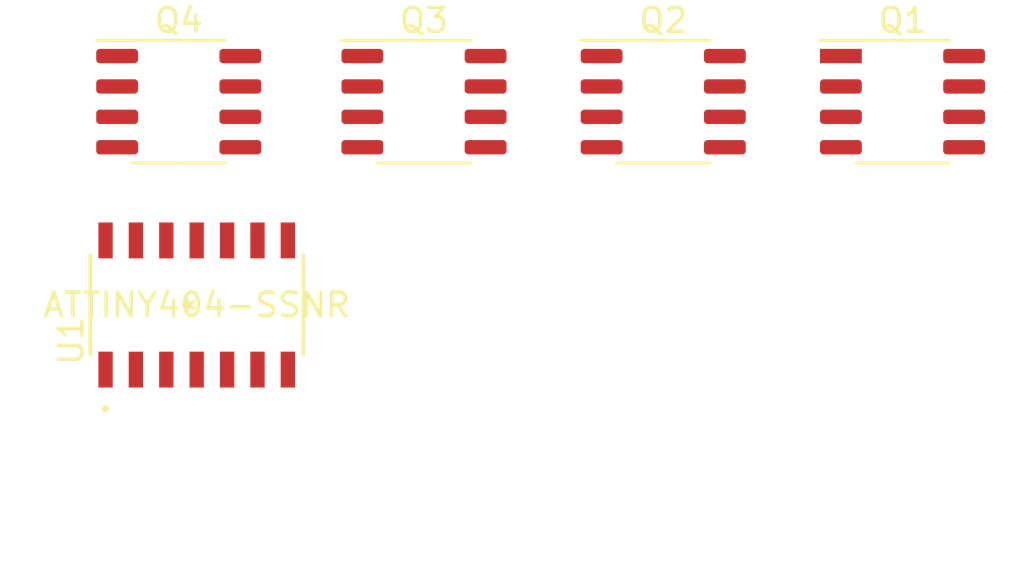
<source format=kicad_pcb>
(kicad_pcb (version 20171130) (host pcbnew "(5.1.6)-1")

  (general
    (thickness 1.6)
    (drawings 3)
    (tracks 0)
    (zones 0)
    (modules 5)
    (nets 1)
  )

  (page A4)
  (layers
    (0 F.Cu signal)
    (31 B.Cu signal)
    (32 B.Adhes user)
    (33 F.Adhes user)
    (34 B.Paste user)
    (35 F.Paste user)
    (36 B.SilkS user)
    (37 F.SilkS user)
    (38 B.Mask user)
    (39 F.Mask user)
    (40 Dwgs.User user hide)
    (41 Cmts.User user)
    (42 Eco1.User user)
    (43 Eco2.User user)
    (44 Edge.Cuts user)
    (45 Margin user)
    (46 B.CrtYd user)
    (47 F.CrtYd user)
    (48 B.Fab user)
    (49 F.Fab user)
  )

  (setup
    (last_trace_width 0.25)
    (trace_clearance 0.2)
    (zone_clearance 0.508)
    (zone_45_only no)
    (trace_min 0.2)
    (via_size 0.8)
    (via_drill 0.4)
    (via_min_size 0.4)
    (via_min_drill 0.3)
    (uvia_size 0.3)
    (uvia_drill 0.1)
    (uvias_allowed no)
    (uvia_min_size 0.2)
    (uvia_min_drill 0.1)
    (edge_width 0.05)
    (segment_width 0.2)
    (pcb_text_width 0.3)
    (pcb_text_size 1.5 1.5)
    (mod_edge_width 0.12)
    (mod_text_size 1 1)
    (mod_text_width 0.15)
    (pad_size 1.75 0.6)
    (pad_drill 0)
    (pad_to_mask_clearance 0.05)
    (aux_axis_origin 0 0)
    (visible_elements 7FFFFFFF)
    (pcbplotparams
      (layerselection 0x010fc_ffffffff)
      (usegerberextensions false)
      (usegerberattributes true)
      (usegerberadvancedattributes true)
      (creategerberjobfile true)
      (excludeedgelayer true)
      (linewidth 0.100000)
      (plotframeref false)
      (viasonmask false)
      (mode 1)
      (useauxorigin false)
      (hpglpennumber 1)
      (hpglpenspeed 20)
      (hpglpendiameter 15.000000)
      (psnegative false)
      (psa4output false)
      (plotreference true)
      (plotvalue true)
      (plotinvisibletext false)
      (padsonsilk false)
      (subtractmaskfromsilk false)
      (outputformat 1)
      (mirror false)
      (drillshape 1)
      (scaleselection 1)
      (outputdirectory ""))
  )

  (net 0 "")

  (net_class Default "This is the default net class."
    (clearance 0.2)
    (trace_width 0.25)
    (via_dia 0.8)
    (via_drill 0.4)
    (uvia_dia 0.3)
    (uvia_drill 0.1)
    (add_net "Net-(Q1-Pad1)")
    (add_net "Net-(Q1-Pad2)")
    (add_net "Net-(Q1-Pad3)")
    (add_net "Net-(Q1-Pad4)")
    (add_net "Net-(Q1-Pad6)")
    (add_net "Net-(Q1-Pad8)")
    (add_net "Net-(Q2-Pad1)")
    (add_net "Net-(Q2-Pad2)")
    (add_net "Net-(Q2-Pad3)")
    (add_net "Net-(Q2-Pad4)")
    (add_net "Net-(Q2-Pad6)")
    (add_net "Net-(Q2-Pad8)")
    (add_net "Net-(Q3-Pad1)")
    (add_net "Net-(Q3-Pad2)")
    (add_net "Net-(Q3-Pad3)")
    (add_net "Net-(Q3-Pad4)")
    (add_net "Net-(Q3-Pad6)")
    (add_net "Net-(Q3-Pad8)")
    (add_net "Net-(Q4-Pad1)")
    (add_net "Net-(Q4-Pad2)")
    (add_net "Net-(Q4-Pad3)")
    (add_net "Net-(Q4-Pad4)")
    (add_net "Net-(Q4-Pad6)")
    (add_net "Net-(Q4-Pad8)")
    (add_net "Net-(U1-Pad1)")
    (add_net "Net-(U1-Pad10)")
    (add_net "Net-(U1-Pad11)")
    (add_net "Net-(U1-Pad12)")
    (add_net "Net-(U1-Pad13)")
    (add_net "Net-(U1-Pad14)")
    (add_net "Net-(U1-Pad2)")
    (add_net "Net-(U1-Pad3)")
    (add_net "Net-(U1-Pad4)")
    (add_net "Net-(U1-Pad5)")
    (add_net "Net-(U1-Pad6)")
    (add_net "Net-(U1-Pad7)")
    (add_net "Net-(U1-Pad8)")
    (add_net "Net-(U1-Pad9)")
  )

  (module Package_SO:SO-8_3.9x4.9mm_P1.27mm (layer F.Cu) (tedit 5D9F72B1) (tstamp 5FE8C964)
    (at 166 97.5)
    (descr "SO, 8 Pin (https://www.nxp.com/docs/en/data-sheet/PCF8523.pdf), generated with kicad-footprint-generator ipc_gullwing_generator.py")
    (tags "SO SO")
    (path /5FEA036A)
    (attr smd)
    (fp_text reference Q4 (at 0 -3.4) (layer F.SilkS)
      (effects (font (size 1 1) (thickness 0.15)))
    )
    (fp_text value DMG9926USD (at 0 3.4) (layer F.Fab)
      (effects (font (size 1 1) (thickness 0.15)))
    )
    (fp_text user %R (at 0 0) (layer F.Fab)
      (effects (font (size 0.98 0.98) (thickness 0.15)))
    )
    (fp_line (start 0 2.56) (end 1.95 2.56) (layer F.SilkS) (width 0.12))
    (fp_line (start 0 2.56) (end -1.95 2.56) (layer F.SilkS) (width 0.12))
    (fp_line (start 0 -2.56) (end 1.95 -2.56) (layer F.SilkS) (width 0.12))
    (fp_line (start 0 -2.56) (end -3.45 -2.56) (layer F.SilkS) (width 0.12))
    (fp_line (start -0.975 -2.45) (end 1.95 -2.45) (layer F.Fab) (width 0.1))
    (fp_line (start 1.95 -2.45) (end 1.95 2.45) (layer F.Fab) (width 0.1))
    (fp_line (start 1.95 2.45) (end -1.95 2.45) (layer F.Fab) (width 0.1))
    (fp_line (start -1.95 2.45) (end -1.95 -1.475) (layer F.Fab) (width 0.1))
    (fp_line (start -1.95 -1.475) (end -0.975 -2.45) (layer F.Fab) (width 0.1))
    (fp_line (start -3.7 -2.7) (end -3.7 2.7) (layer F.CrtYd) (width 0.05))
    (fp_line (start -3.7 2.7) (end 3.7 2.7) (layer F.CrtYd) (width 0.05))
    (fp_line (start 3.7 2.7) (end 3.7 -2.7) (layer F.CrtYd) (width 0.05))
    (fp_line (start 3.7 -2.7) (end -3.7 -2.7) (layer F.CrtYd) (width 0.05))
    (pad 8 smd roundrect (at 2.575 -1.905) (size 1.75 0.6) (layers F.Cu F.Paste F.Mask) (roundrect_rratio 0.25))
    (pad 7 smd roundrect (at 2.575 -0.635) (size 1.75 0.6) (layers F.Cu F.Paste F.Mask) (roundrect_rratio 0.25))
    (pad 6 smd roundrect (at 2.575 0.635) (size 1.75 0.6) (layers F.Cu F.Paste F.Mask) (roundrect_rratio 0.25))
    (pad 5 smd roundrect (at 2.575 1.905) (size 1.75 0.6) (layers F.Cu F.Paste F.Mask) (roundrect_rratio 0.25))
    (pad 4 smd roundrect (at -2.575 1.905) (size 1.75 0.6) (layers F.Cu F.Paste F.Mask) (roundrect_rratio 0.25))
    (pad 3 smd roundrect (at -2.575 0.635) (size 1.75 0.6) (layers F.Cu F.Paste F.Mask) (roundrect_rratio 0.25))
    (pad 2 smd roundrect (at -2.575 -0.635) (size 1.75 0.6) (layers F.Cu F.Paste F.Mask) (roundrect_rratio 0.25))
    (pad 1 smd roundrect (at -2.575 -1.905) (size 1.75 0.6) (layers F.Cu F.Paste F.Mask) (roundrect_rratio 0.25))
    (model ${KISYS3DMOD}/Package_SO.3dshapes/SO-8_3.9x4.9mm_P1.27mm.wrl
      (at (xyz 0 0 0))
      (scale (xyz 1 1 1))
      (rotate (xyz 0 0 0))
    )
  )

  (module Package_SO:SO-8_3.9x4.9mm_P1.27mm (layer F.Cu) (tedit 5D9F72B1) (tstamp 5FE8C94A)
    (at 176.25 97.5)
    (descr "SO, 8 Pin (https://www.nxp.com/docs/en/data-sheet/PCF8523.pdf), generated with kicad-footprint-generator ipc_gullwing_generator.py")
    (tags "SO SO")
    (path /5FE9AB06)
    (attr smd)
    (fp_text reference Q3 (at 0 -3.4) (layer F.SilkS)
      (effects (font (size 1 1) (thickness 0.15)))
    )
    (fp_text value DMG9926USD (at 0 3.4) (layer F.Fab)
      (effects (font (size 1 1) (thickness 0.15)))
    )
    (fp_text user %R (at 0 0) (layer F.Fab)
      (effects (font (size 0.98 0.98) (thickness 0.15)))
    )
    (fp_line (start 0 2.56) (end 1.95 2.56) (layer F.SilkS) (width 0.12))
    (fp_line (start 0 2.56) (end -1.95 2.56) (layer F.SilkS) (width 0.12))
    (fp_line (start 0 -2.56) (end 1.95 -2.56) (layer F.SilkS) (width 0.12))
    (fp_line (start 0 -2.56) (end -3.45 -2.56) (layer F.SilkS) (width 0.12))
    (fp_line (start -0.975 -2.45) (end 1.95 -2.45) (layer F.Fab) (width 0.1))
    (fp_line (start 1.95 -2.45) (end 1.95 2.45) (layer F.Fab) (width 0.1))
    (fp_line (start 1.95 2.45) (end -1.95 2.45) (layer F.Fab) (width 0.1))
    (fp_line (start -1.95 2.45) (end -1.95 -1.475) (layer F.Fab) (width 0.1))
    (fp_line (start -1.95 -1.475) (end -0.975 -2.45) (layer F.Fab) (width 0.1))
    (fp_line (start -3.7 -2.7) (end -3.7 2.7) (layer F.CrtYd) (width 0.05))
    (fp_line (start -3.7 2.7) (end 3.7 2.7) (layer F.CrtYd) (width 0.05))
    (fp_line (start 3.7 2.7) (end 3.7 -2.7) (layer F.CrtYd) (width 0.05))
    (fp_line (start 3.7 -2.7) (end -3.7 -2.7) (layer F.CrtYd) (width 0.05))
    (pad 8 smd roundrect (at 2.575 -1.905) (size 1.75 0.6) (layers F.Cu F.Paste F.Mask) (roundrect_rratio 0.25))
    (pad 7 smd roundrect (at 2.575 -0.635) (size 1.75 0.6) (layers F.Cu F.Paste F.Mask) (roundrect_rratio 0.25))
    (pad 6 smd roundrect (at 2.575 0.635) (size 1.75 0.6) (layers F.Cu F.Paste F.Mask) (roundrect_rratio 0.25))
    (pad 5 smd roundrect (at 2.575 1.905) (size 1.75 0.6) (layers F.Cu F.Paste F.Mask) (roundrect_rratio 0.25))
    (pad 4 smd roundrect (at -2.575 1.905) (size 1.75 0.6) (layers F.Cu F.Paste F.Mask) (roundrect_rratio 0.25))
    (pad 3 smd roundrect (at -2.575 0.635) (size 1.75 0.6) (layers F.Cu F.Paste F.Mask) (roundrect_rratio 0.25))
    (pad 2 smd roundrect (at -2.575 -0.635) (size 1.75 0.6) (layers F.Cu F.Paste F.Mask) (roundrect_rratio 0.25))
    (pad 1 smd roundrect (at -2.575 -1.905) (size 1.75 0.6) (layers F.Cu F.Paste F.Mask) (roundrect_rratio 0.25))
    (model ${KISYS3DMOD}/Package_SO.3dshapes/SO-8_3.9x4.9mm_P1.27mm.wrl
      (at (xyz 0 0 0))
      (scale (xyz 1 1 1))
      (rotate (xyz 0 0 0))
    )
  )

  (module Package_SO:SO-8_3.9x4.9mm_P1.27mm (layer F.Cu) (tedit 5D9F72B1) (tstamp 5FE8C930)
    (at 186.25 97.5)
    (descr "SO, 8 Pin (https://www.nxp.com/docs/en/data-sheet/PCF8523.pdf), generated with kicad-footprint-generator ipc_gullwing_generator.py")
    (tags "SO SO")
    (path /5FE99194)
    (attr smd)
    (fp_text reference Q2 (at 0 -3.4) (layer F.SilkS)
      (effects (font (size 1 1) (thickness 0.15)))
    )
    (fp_text value DMG9926USD (at 0 3.4) (layer F.Fab)
      (effects (font (size 1 1) (thickness 0.15)))
    )
    (fp_text user %R (at 0 0) (layer F.Fab)
      (effects (font (size 0.98 0.98) (thickness 0.15)))
    )
    (fp_line (start 0 2.56) (end 1.95 2.56) (layer F.SilkS) (width 0.12))
    (fp_line (start 0 2.56) (end -1.95 2.56) (layer F.SilkS) (width 0.12))
    (fp_line (start 0 -2.56) (end 1.95 -2.56) (layer F.SilkS) (width 0.12))
    (fp_line (start 0 -2.56) (end -3.45 -2.56) (layer F.SilkS) (width 0.12))
    (fp_line (start -0.975 -2.45) (end 1.95 -2.45) (layer F.Fab) (width 0.1))
    (fp_line (start 1.95 -2.45) (end 1.95 2.45) (layer F.Fab) (width 0.1))
    (fp_line (start 1.95 2.45) (end -1.95 2.45) (layer F.Fab) (width 0.1))
    (fp_line (start -1.95 2.45) (end -1.95 -1.475) (layer F.Fab) (width 0.1))
    (fp_line (start -1.95 -1.475) (end -0.975 -2.45) (layer F.Fab) (width 0.1))
    (fp_line (start -3.7 -2.7) (end -3.7 2.7) (layer F.CrtYd) (width 0.05))
    (fp_line (start -3.7 2.7) (end 3.7 2.7) (layer F.CrtYd) (width 0.05))
    (fp_line (start 3.7 2.7) (end 3.7 -2.7) (layer F.CrtYd) (width 0.05))
    (fp_line (start 3.7 -2.7) (end -3.7 -2.7) (layer F.CrtYd) (width 0.05))
    (pad 8 smd roundrect (at 2.575 -1.905) (size 1.75 0.6) (layers F.Cu F.Paste F.Mask) (roundrect_rratio 0.25))
    (pad 7 smd roundrect (at 2.575 -0.635) (size 1.75 0.6) (layers F.Cu F.Paste F.Mask) (roundrect_rratio 0.25))
    (pad 6 smd roundrect (at 2.575 0.635) (size 1.75 0.6) (layers F.Cu F.Paste F.Mask) (roundrect_rratio 0.25))
    (pad 5 smd roundrect (at 2.575 1.905) (size 1.75 0.6) (layers F.Cu F.Paste F.Mask) (roundrect_rratio 0.25))
    (pad 4 smd roundrect (at -2.575 1.905) (size 1.75 0.6) (layers F.Cu F.Paste F.Mask) (roundrect_rratio 0.25))
    (pad 3 smd roundrect (at -2.575 0.635) (size 1.75 0.6) (layers F.Cu F.Paste F.Mask) (roundrect_rratio 0.25))
    (pad 2 smd roundrect (at -2.575 -0.635) (size 1.75 0.6) (layers F.Cu F.Paste F.Mask) (roundrect_rratio 0.25))
    (pad 1 smd roundrect (at -2.575 -1.905) (size 1.75 0.6) (layers F.Cu F.Paste F.Mask) (roundrect_rratio 0.25))
    (model ${KISYS3DMOD}/Package_SO.3dshapes/SO-8_3.9x4.9mm_P1.27mm.wrl
      (at (xyz 0 0 0))
      (scale (xyz 1 1 1))
      (rotate (xyz 0 0 0))
    )
  )

  (module Package_SO:SO-8_3.9x4.9mm_P1.27mm (layer F.Cu) (tedit 5FE8AA4B) (tstamp 5FE8BF35)
    (at 196.25 97.5)
    (descr "SO, 8 Pin (https://www.nxp.com/docs/en/data-sheet/PCF8523.pdf), generated with kicad-footprint-generator ipc_gullwing_generator.py")
    (tags "SO SO")
    (path /5FE90B41)
    (attr smd)
    (fp_text reference Q1 (at 0 -3.4) (layer F.SilkS)
      (effects (font (size 1 1) (thickness 0.15)))
    )
    (fp_text value DMG9926USD (at 0 3.4) (layer F.Fab)
      (effects (font (size 1 1) (thickness 0.15)))
    )
    (fp_text user %R (at 0 0) (layer F.Fab)
      (effects (font (size 0.98 0.98) (thickness 0.15)))
    )
    (fp_line (start 0 2.56) (end 1.95 2.56) (layer F.SilkS) (width 0.12))
    (fp_line (start 0 2.56) (end -1.95 2.56) (layer F.SilkS) (width 0.12))
    (fp_line (start 0 -2.56) (end 1.95 -2.56) (layer F.SilkS) (width 0.12))
    (fp_line (start 0 -2.56) (end -3.45 -2.56) (layer F.SilkS) (width 0.12))
    (fp_line (start -0.975 -2.45) (end 1.95 -2.45) (layer F.Fab) (width 0.1))
    (fp_line (start 1.95 -2.45) (end 1.95 2.45) (layer F.Fab) (width 0.1))
    (fp_line (start 1.95 2.45) (end -1.95 2.45) (layer F.Fab) (width 0.1))
    (fp_line (start -1.95 2.45) (end -1.95 -1.475) (layer F.Fab) (width 0.1))
    (fp_line (start -1.95 -1.475) (end -0.975 -2.45) (layer F.Fab) (width 0.1))
    (fp_line (start -3.7 -2.7) (end -3.7 2.7) (layer F.CrtYd) (width 0.05))
    (fp_line (start -3.7 2.7) (end 3.7 2.7) (layer F.CrtYd) (width 0.05))
    (fp_line (start 3.7 2.7) (end 3.7 -2.7) (layer F.CrtYd) (width 0.05))
    (fp_line (start 3.7 -2.7) (end -3.7 -2.7) (layer F.CrtYd) (width 0.05))
    (pad 8 smd roundrect (at 2.575 -1.905) (size 1.75 0.6) (layers F.Cu F.Paste F.Mask) (roundrect_rratio 0.25))
    (pad 7 smd roundrect (at 2.575 -0.635) (size 1.75 0.6) (layers F.Cu F.Paste F.Mask) (roundrect_rratio 0.25))
    (pad 6 smd roundrect (at 2.575 0.635) (size 1.75 0.6) (layers F.Cu F.Paste F.Mask) (roundrect_rratio 0.25))
    (pad 5 smd roundrect (at 2.575 1.905) (size 1.75 0.6) (layers F.Cu F.Paste F.Mask) (roundrect_rratio 0.25))
    (pad 4 smd roundrect (at -2.575 1.905) (size 1.75 0.6) (layers F.Cu F.Paste F.Mask) (roundrect_rratio 0.25))
    (pad 3 smd roundrect (at -2.575 0.635) (size 1.75 0.6) (layers F.Cu F.Paste F.Mask) (roundrect_rratio 0.25))
    (pad 2 smd roundrect (at -2.575 -0.635) (size 1.75 0.6) (layers F.Cu F.Paste F.Mask) (roundrect_rratio 0.25))
    (pad 1 smd rect (at -2.575 -1.905) (size 1.75 0.6) (layers F.Cu F.Paste F.Mask))
    (model ${KISYS3DMOD}/Package_SO.3dshapes/SO-8_3.9x4.9mm_P1.27mm.wrl
      (at (xyz 0 0 0))
      (scale (xyz 1 1 1))
      (rotate (xyz 0 0 0))
    )
  )

  (module rgb_footprints:ATTINY404-SSNR (layer F.Cu) (tedit 0) (tstamp 5FE1A390)
    (at 166.75 106 90)
    (path /5FE13C65)
    (fp_text reference U1 (at -1.5 -5.25 90) (layer F.SilkS)
      (effects (font (size 1 1) (thickness 0.15)))
    )
    (fp_text value ATTINY404-SSNR (at 0 0) (layer F.SilkS)
      (effects (font (size 1 1) (thickness 0.15)))
    )
    (fp_line (start -2.077 4.452) (end 2.077 4.452) (layer F.SilkS) (width 0.1524))
    (fp_line (start 2.077 -4.452) (end -2.077 -4.452) (layer F.SilkS) (width 0.1524))
    (fp_line (start -1.95 4.325) (end 1.95 4.325) (layer F.Fab) (width 0.1524))
    (fp_line (start 1.95 4.325) (end 1.95 -4.325) (layer F.Fab) (width 0.1524))
    (fp_line (start 1.95 -4.325) (end -1.95 -4.325) (layer F.Fab) (width 0.1524))
    (fp_line (start -1.95 -4.325) (end -1.95 4.325) (layer F.Fab) (width 0.1524))
    (fp_line (start -3.703999 4.364) (end -3.703999 -4.364) (layer F.CrtYd) (width 0.1524))
    (fp_line (start -3.703999 -4.364) (end -2.204 -4.364) (layer F.CrtYd) (width 0.1524))
    (fp_line (start -2.204 -4.364) (end -2.204 -4.579) (layer F.CrtYd) (width 0.1524))
    (fp_line (start -2.204 -4.579) (end 2.204 -4.579) (layer F.CrtYd) (width 0.1524))
    (fp_line (start 2.204 -4.579) (end 2.204 -4.364) (layer F.CrtYd) (width 0.1524))
    (fp_line (start 2.204 -4.364) (end 3.703999 -4.364) (layer F.CrtYd) (width 0.1524))
    (fp_line (start 3.703999 -4.364) (end 3.703999 4.364) (layer F.CrtYd) (width 0.1524))
    (fp_line (start 3.703999 4.364) (end 2.204 4.364) (layer F.CrtYd) (width 0.1524))
    (fp_line (start 2.204 4.364) (end 2.204 4.579) (layer F.CrtYd) (width 0.1524))
    (fp_line (start 2.204 4.579) (end -2.204 4.579) (layer F.CrtYd) (width 0.1524))
    (fp_line (start -2.204 4.579) (end -2.204 4.364) (layer F.CrtYd) (width 0.1524))
    (fp_line (start -2.204 4.364) (end -3.703999 4.364) (layer F.CrtYd) (width 0.1524))
    (fp_circle (center -4.339 -3.81) (end -4.2628 -3.81) (layer F.SilkS) (width 0.1524))
    (fp_circle (center -1.696 -3.81) (end -1.6579 -3.81) (layer F.Fab) (width 0.1524))
    (fp_text user "Copyright 2016 Accelerated Designs. All rights reserved." (at 0 0 90) (layer Cmts.User)
      (effects (font (size 0.127 0.127) (thickness 0.002)))
    )
    (fp_text user * (at 0 0 90) (layer F.SilkS)
      (effects (font (size 1 1) (thickness 0.15)))
    )
    (fp_text user * (at 0 0 90) (layer F.Fab)
      (effects (font (size 1 1) (thickness 0.15)))
    )
    (fp_text user 0.059in/1.5mm (at -2.7 -7.373 90) (layer Dwgs.User)
      (effects (font (size 1 1) (thickness 0.15)))
    )
    (fp_text user 0.05in/1.27mm (at -5.748 -3.175 90) (layer Dwgs.User)
      (effects (font (size 1 1) (thickness 0.15)))
    )
    (fp_text user 0.213in/5.4mm (at 0 6.858 90) (layer Dwgs.User)
      (effects (font (size 1 1) (thickness 0.15)))
    )
    (fp_text user 0.024in/0.6mm (at 5.748 -3.81 90) (layer Dwgs.User)
      (effects (font (size 1 1) (thickness 0.15)))
    )
    (fp_arc (start 0 -4.325) (end 0.3048 -4.325) (angle 180) (layer F.Fab) (width 0.1524))
    (pad 1 smd rect (at -2.7 -3.81 90) (size 1.5 0.6) (layers F.Cu F.Paste F.Mask))
    (pad 2 smd rect (at -2.7 -2.54 90) (size 1.5 0.6) (layers F.Cu F.Paste F.Mask))
    (pad 3 smd rect (at -2.7 -1.27 90) (size 1.5 0.6) (layers F.Cu F.Paste F.Mask))
    (pad 4 smd rect (at -2.7 0 90) (size 1.5 0.6) (layers F.Cu F.Paste F.Mask))
    (pad 5 smd rect (at -2.7 1.27 90) (size 1.5 0.6) (layers F.Cu F.Paste F.Mask))
    (pad 6 smd rect (at -2.7 2.54 90) (size 1.5 0.6) (layers F.Cu F.Paste F.Mask))
    (pad 7 smd rect (at -2.7 3.81 90) (size 1.5 0.6) (layers F.Cu F.Paste F.Mask))
    (pad 8 smd rect (at 2.7 3.81 90) (size 1.5 0.6) (layers F.Cu F.Paste F.Mask))
    (pad 9 smd rect (at 2.7 2.54 90) (size 1.5 0.6) (layers F.Cu F.Paste F.Mask))
    (pad 10 smd rect (at 2.7 1.27 90) (size 1.5 0.6) (layers F.Cu F.Paste F.Mask))
    (pad 11 smd rect (at 2.7 0 90) (size 1.5 0.6) (layers F.Cu F.Paste F.Mask))
    (pad 12 smd rect (at 2.7 -1.27 90) (size 1.5 0.6) (layers F.Cu F.Paste F.Mask))
    (pad 13 smd rect (at 2.7 -2.54 90) (size 1.5 0.6) (layers F.Cu F.Paste F.Mask))
    (pad 14 smd rect (at 2.7 -3.81 90) (size 1.5 0.6) (layers F.Cu F.Paste F.Mask))
  )

  (gr_line (start 183 95) (end 180 95) (layer Dwgs.User) (width 0.15))
  (gr_line (start 182 95) (end 183 95) (layer Dwgs.User) (width 0.15))
  (gr_line (start 183 96) (end 185 96) (layer Dwgs.User) (width 0.15))

)

</source>
